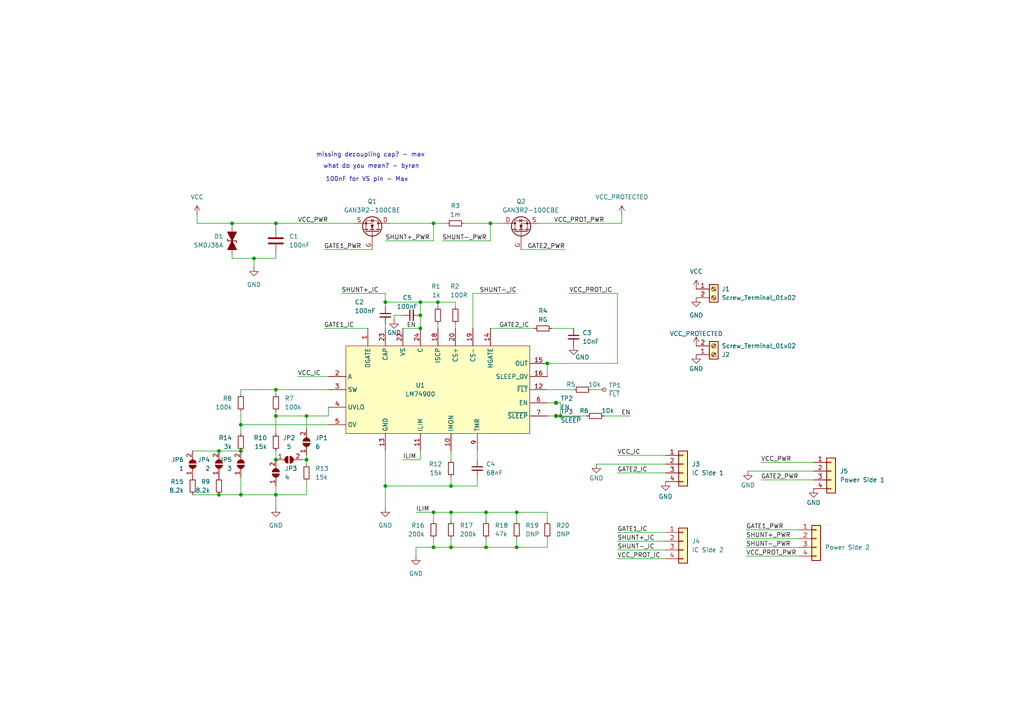
<source format=kicad_sch>
(kicad_sch (version 20240101) (generator "eeschema") (generator_version "8.99")
  (paper "A4")
  (title_block (title "MUREX Shield") (date "2024-03-01") (rev "V1.0") (company "MUREX Robotics") (comment 1 "Beyond Silicon") (comment 3 "System Breakout Board") (comment 4 "Autonomotive Grade GaN/SiC FET In-line Highside Power Protection Board"))
  (lib_symbols
    (symbol "Connector:Screw_Terminal_01x02" (pin_names (offset 1.016) hide)
      (property "Reference" "J" (at 0 2.54 0))
      (property "Value" "Screw_Terminal_01x02" (at 0 -5.08 0))
      (symbol "Screw_Terminal_01x02_1_1"
        (rectangle (start -1.27 1.27) (end 1.27 -3.81) (stroke (width 0.254)) (fill (type background)))
        (circle (center 0 -2.54) (radius 0.635) (stroke (width 0.1524)))
        (polyline (pts (xy -0.5334 -2.2098) (xy 0.3302 -3.048)) (stroke (width 0.1524)))
        (polyline (pts (xy -0.5334 0.3302) (xy 0.3302 -0.508)) (stroke (width 0.1524)))
        (polyline (pts (xy -0.3556 -2.032) (xy 0.508 -2.8702)) (stroke (width 0.1524)))
        (polyline (pts (xy -0.3556 0.508) (xy 0.508 -0.3302)) (stroke (width 0.1524)))
        (circle (center 0 0) (radius 0.635) (stroke (width 0.1524)))
        (pin passive line (at -5.08 0 0) (length 3.81) (name "Pin_1") (number "1"))
        (pin passive line (at -5.08 -2.54 0) (length 3.81) (name "Pin_2") (number "2"))
      )
    )
    (symbol "Connector:TestPoint_Small" (pin_numbers hide) (pin_names (offset 0.762) hide)
      (property "Reference" "TP" (at 0 3.81 0))
      (property "Value" "TestPoint_Small" (at 0 2.032 0))
      (symbol "TestPoint_Small_0_1"
        (circle (center 0 0) (radius 0.508))
      )
      (symbol "TestPoint_Small_1_1"
        (pin passive line (at 0 0 90) (length 0) (name "1") (number "1"))
      )
    )
    (symbol "Connector_Generic:Conn_01x04" (pin_names (offset 1.016) hide)
      (property "Reference" "J" (at 0 5.08 0))
      (property "Value" "Conn_01x04" (at 0 -7.62 0))
      (symbol "Conn_01x04_1_1"
        (rectangle (start -1.27 -4.953) (end 0 -5.207) (stroke (width 0.1524)))
        (rectangle (start -1.27 -2.413) (end 0 -2.667) (stroke (width 0.1524)))
        (rectangle (start -1.27 0.127) (end 0 -0.127) (stroke (width 0.1524)))
        (rectangle (start -1.27 2.667) (end 0 2.413) (stroke (width 0.1524)))
        (rectangle (start -1.27 3.81) (end 1.27 -6.35) (stroke (width 0.254)) (fill (type background)))
        (pin passive line (at -5.08 2.54 0) (length 3.81) (name "Pin_1") (number "1"))
        (pin passive line (at -5.08 0 0) (length 3.81) (name "Pin_2") (number "2"))
        (pin passive line (at -5.08 -2.54 0) (length 3.81) (name "Pin_3") (number "3"))
        (pin passive line (at -5.08 -5.08 0) (length 3.81) (name "Pin_4") (number "4"))
      )
    )
    (symbol "Device:C" (pin_numbers hide) (pin_names (offset 0.254))
      (property "Reference" "C" (at 0.635 2.54 0))
      (property "Value" "C" (at 0.635 -2.54 0))
      (symbol "C_0_1"
        (polyline (pts (xy -2.032 -0.762) (xy 2.032 -0.762)) (stroke (width 0.508)))
        (polyline (pts (xy -2.032 0.762) (xy 2.032 0.762)) (stroke (width 0.508)))
      )
      (symbol "C_1_1"
        (pin passive line (at 0 3.81 270) (length 2.794) (name "~") (number "1"))
        (pin passive line (at 0 -3.81 90) (length 2.794) (name "~") (number "2"))
      )
    )
    (symbol "Device:C_Small" (pin_numbers hide) (pin_names (offset 0.254) hide)
      (property "Reference" "C" (at 0.254 1.778 0))
      (property "Value" "C_Small" (at 0.254 -2.032 0))
      (symbol "C_Small_0_1"
        (polyline (pts (xy -1.524 -0.508) (xy 1.524 -0.508)) (stroke (width 0.3302)))
        (polyline (pts (xy -1.524 0.508) (xy 1.524 0.508)) (stroke (width 0.3048)))
      )
      (symbol "C_Small_1_1"
        (pin passive line (at 0 2.54 270) (length 2.032) (name "~") (number "1"))
        (pin passive line (at 0 -2.54 90) (length 2.032) (name "~") (number "2"))
      )
    )
    (symbol "Device:D_TVS_Filled" (pin_numbers hide) (pin_names (offset 1.016) hide)
      (property "Reference" "D" (at 0 2.54 0))
      (property "Value" "D_TVS_Filled" (at 0 -2.54 0))
      (symbol "D_TVS_Filled_0_1"
        (polyline (pts (xy 1.27 0) (xy -1.27 0)))
        (polyline (pts (xy -2.54 -1.27) (xy 0 0) (xy -2.54 1.27) (xy -2.54 -1.27)) (stroke (width 0.254)) (fill (type outline)))
        (polyline (pts (xy 0.508 1.27) (xy 0 1.27) (xy 0 -1.27) (xy -0.508 -1.27)) (stroke (width 0.254)))
        (polyline (pts (xy 2.54 1.27) (xy 2.54 -1.27) (xy 0 0) (xy 2.54 1.27)) (stroke (width 0.254)) (fill (type outline)))
      )
      (symbol "D_TVS_Filled_1_1"
        (pin passive line (at -3.81 0 0) (length 2.54) (name "A1") (number "1"))
        (pin passive line (at 3.81 0 180) (length 2.54) (name "A2") (number "2"))
      )
    )
    (symbol "Device:R_Small" (pin_numbers hide) (pin_names (offset 0.254) hide)
      (property "Reference" "R" (at 0.762 0.508 0))
      (property "Value" "R_Small" (at 0.762 -1.016 0))
      (symbol "R_Small_0_1"
        (rectangle (start -0.762 1.778) (end 0.762 -1.778) (stroke (width 0.2032)))
      )
      (symbol "R_Small_1_1"
        (pin passive line (at 0 2.54 270) (length 0.762) (name "~") (number "1"))
        (pin passive line (at 0 -2.54 90) (length 0.762) (name "~") (number "2"))
      )
    )
    (symbol "Jumper:SolderJumper_2_Open" (pin_names (offset 0) hide)
      (property "Reference" "JP" (at 0 2.032 0))
      (property "Value" "SolderJumper_2_Open" (at 0 -2.54 0))
      (symbol "SolderJumper_2_Open_0_1"
        (arc (start -0.254 1.016) (mid -1.2656 0) (end -0.254 -1.016))
        (arc (start -0.254 1.016) (mid -1.2656 0) (end -0.254 -1.016) (fill (type outline)))
        (polyline (pts (xy -0.254 1.016) (xy -0.254 -1.016)))
        (polyline (pts (xy 0.254 1.016) (xy 0.254 -1.016)))
        (arc (start 0.254 -1.016) (mid 1.2656 0) (end 0.254 1.016))
        (arc (start 0.254 -1.016) (mid 1.2656 0) (end 0.254 1.016) (fill (type outline)))
      )
      (symbol "SolderJumper_2_Open_1_1"
        (pin passive line (at -3.81 0 0) (length 2.54) (name "A") (number "1"))
        (pin passive line (at 3.81 0 180) (length 2.54) (name "B") (number "2"))
      )
    )
    (symbol "LM74900:LM74900"
      (property "Reference" "U" (at 0 0 0))
      (property "Value" "LM74900" (at -1.27 2.54 0))
      (symbol "LM74900_1_1"
        (rectangle (start -26.67 12.7) (end 26.67 -12.7) (fill (type background)))
        (pin output line (at -20.32 17.78 270) (length 5.08) (name "DGATE") (number "1"))
        (pin output line (at 3.81 -17.78 90) (length 5.08) (name "IMON") (number "10"))
        (pin input line (at -5.08 -17.78 90) (length 5.08) (name "ILIM") (number "11"))
        (pin output line (at 31.75 0 180) (length 5.08) (name "~{FLT}") (number "12"))
        (pin power_in line (at -15.24 -17.78 90) (length 5.08) (name "GND") (number "13"))
        (pin output line (at 15.24 17.78 270) (length 5.08) (name "HGATE") (number "14"))
        (pin input line (at 31.75 7.62 180) (length 5.08) (name "OUT") (number "15"))
        (pin input line (at 31.75 3.81 180) (length 5.08) (name "SLEEP_OV") (number "16"))
        (pin input line (at 0 17.78 270) (length 5.08) (name "ISCP") (number "18"))
        (pin input line (at 10.16 17.78 270) (length 5.08) (name "CS-") (number "19"))
        (pin input line (at -31.75 3.81 0) (length 5.08) (name "A") (number "2"))
        (pin input line (at 5.08 17.78 270) (length 5.08) (name "CS+") (number "20"))
        (pin power_in line (at -10.16 17.78 270) (length 5.08) (name "VS") (number "22"))
        (pin output line (at -15.24 17.78 270) (length 5.08) (name "CAP") (number "23"))
        (pin input line (at -5.08 17.78 270) (length 5.08) (name "C") (number "24"))
        (pin input line (at -31.75 0 0) (length 5.08) (name "SW") (number "3"))
        (pin input line (at -31.75 -5.08 0) (length 5.08) (name "UVLO") (number "4"))
        (pin input line (at -31.75 -10.16 0) (length 5.08) (name "OV") (number "5"))
        (pin input line (at 31.75 -3.81 180) (length 5.08) (name "EN") (number "6"))
        (pin input line (at 31.75 -7.62 180) (length 5.08) (name "~{SLEEP}") (number "7"))
        (pin input line (at 11.43 -17.78 90) (length 5.08) (name "TMR") (number "9"))
      )
    )
    (symbol "NFET:Q_NMOS_GSD" (pin_names (offset 0) hide)
      (property "Reference" "Q" (at 5.08 1.27 0))
      (property "Value" "Q_NMOS_GSD" (at 5.08 -1.27 0))
      (symbol "Q_NMOS_GSD_0_1"
        (polyline (pts (xy 0.254 0) (xy -2.54 0)))
        (polyline (pts (xy 0.254 1.905) (xy 0.254 -1.905)) (stroke (width 0.254)))
        (polyline (pts (xy 0.762 -1.27) (xy 0.762 -2.286)) (stroke (width 0.254)))
        (polyline (pts (xy 0.762 0.508) (xy 0.762 -0.508)) (stroke (width 0.254)))
        (polyline (pts (xy 0.762 2.286) (xy 0.762 1.27)) (stroke (width 0.254)))
        (polyline (pts (xy 2.54 2.54) (xy 2.54 1.778)))
        (polyline (pts (xy 2.54 -2.54) (xy 2.54 0) (xy 0.762 0)))
        (polyline (pts (xy 0.762 -1.778) (xy 3.302 -1.778) (xy 3.302 1.778) (xy 0.762 1.778)))
        (polyline (pts (xy 1.016 0) (xy 2.032 0.381) (xy 2.032 -0.381) (xy 1.016 0)) (fill (type outline)))
        (polyline (pts (xy 2.794 0.508) (xy 2.921 0.381) (xy 3.683 0.381) (xy 3.81 0.254)))
        (polyline (pts (xy 3.302 0.381) (xy 2.921 -0.254) (xy 3.683 -0.254) (xy 3.302 0.381)))
        (circle (center 1.651 0) (radius 2.794) (stroke (width 0.254)))
        (circle (center 2.54 -1.778) (radius 0.254) (fill (type outline)))
        (circle (center 2.54 1.778) (radius 0.254) (fill (type outline)))
      )
      (symbol "Q_NMOS_GSD_1_1"
        (pin passive line (at 2.54 5.08 270) (length 2.54) (name "D") (number "D"))
        (pin input line (at -5.08 0 0) (length 2.54) (name "G") (number "G"))
        (pin passive line (at 2.54 -5.08 90) (length 2.54) (name "S") (number "S"))
      )
    )
    (symbol "power:GND" (power) (pin_numbers hide) (pin_names (offset 0) hide)
      (property "Value" "GND" (at 0 -3.81 0))
      (symbol "GND_0_1"
        (polyline (pts (xy 0 0) (xy 0 -1.27) (xy 1.27 -1.27) (xy 0 -2.54) (xy -1.27 -1.27) (xy 0 -1.27)))
      )
      (symbol "GND_1_1"
        (pin power_in line (at 0 0 270) (length 0) (name "~") (number "1"))
      )
    )
    (symbol "power:VCC" (power) (pin_numbers hide) (pin_names (offset 0) hide)
      (property "Value" "VCC" (at 0 3.556 0))
      (symbol "VCC_0_1"
        (polyline (pts (xy -0.762 1.27) (xy 0 2.54)))
        (polyline (pts (xy 0 0) (xy 0 2.54)))
        (polyline (pts (xy 0 2.54) (xy 0.762 1.27)))
      )
      (symbol "VCC_1_1"
        (pin power_in line (at 0 0 90) (length 0) (name "~") (number "1"))
      )
    )
  )
  (junction (at 80.01 120.65))
  (junction (at 127 87.63))
  (junction (at 140.97 158.75))
  (junction (at 125.73 64.77))
  (junction (at 67.31 64.77))
  (junction (at 121.92 91.44))
  (junction (at 142.24 64.77))
  (junction (at 80.01 133.35))
  (junction (at 63.5 143.51))
  (junction (at 125.73 148.59))
  (junction (at 162.56 120.65))
  (junction (at 69.85 123.19))
  (junction (at 149.86 148.59))
  (junction (at 125.73 158.75))
  (junction (at 63.5 130.81))
  (junction (at 161.29 120.65))
  (junction (at 73.66 74.93))
  (junction (at 140.97 148.59))
  (junction (at 88.9 120.65))
  (junction (at 111.76 87.63))
  (junction (at 130.81 140.97))
  (junction (at 161.29 116.84))
  (junction (at 80.01 64.77))
  (junction (at 111.76 140.97))
  (junction (at 130.81 148.59))
  (junction (at 149.86 158.75))
  (junction (at 158.75 105.41))
  (junction (at 121.92 87.63))
  (junction (at 121.92 95.25))
  (junction (at 80.01 143.51))
  (junction (at 69.85 143.51))
  (junction (at 69.85 130.81))
  (junction (at 80.01 113.03))
  (junction (at 130.81 158.75))
  (junction (at 88.9 133.35))
  (wire (pts (xy 179.07 137.16) (xy 193.04 137.16)))
  (wire (pts (xy 69.85 113.03) (xy 80.01 113.03)))
  (wire (pts (xy 113.03 64.77) (xy 125.73 64.77)))
  (wire (pts (xy 121.92 87.63) (xy 127 87.63)))
  (wire (pts (xy 67.31 66.04) (xy 67.31 64.77)))
  (wire (pts (xy 149.86 158.75) (xy 149.86 156.21)))
  (wire (pts (xy 160.02 95.25) (xy 166.37 95.25)))
  (wire (pts (xy 116.84 133.35) (xy 121.92 133.35)))
  (wire (pts (xy 95.25 123.19) (xy 69.85 123.19)))
  (wire (pts (xy 107.95 72.39) (xy 93.98 72.39)))
  (wire (pts (xy 69.85 138.43) (xy 69.85 143.51)))
  (wire (pts (xy 140.97 158.75) (xy 149.86 158.75)))
  (wire (pts (xy 130.81 158.75) (xy 140.97 158.75)))
  (wire (pts (xy 67.31 64.77) (xy 80.01 64.77)))
  (wire (pts (xy 111.76 87.63) (xy 121.92 87.63)))
  (wire (pts (xy 80.01 113.03) (xy 95.25 113.03)))
  (wire (pts (xy 69.85 113.03) (xy 69.85 114.3)))
  (wire (pts (xy 125.73 64.77) (xy 129.54 64.77)))
  (wire (pts (xy 125.73 69.85) (xy 125.73 64.77)))
  (wire (pts (xy 180.34 62.23) (xy 180.34 64.77)))
  (wire (pts (xy 88.9 120.65) (xy 95.25 120.65)))
  (wire (pts (xy 156.21 64.77) (xy 180.34 64.77)))
  (wire (pts (xy 179.07 156.972) (xy 193.04 156.972)))
  (wire (pts (xy 125.73 158.75) (xy 125.73 156.21)))
  (wire (pts (xy 111.76 147.32) (xy 111.76 140.97)))
  (wire (pts (xy 55.88 130.81) (xy 63.5 130.81)))
  (wire (pts (xy 149.86 158.75) (xy 158.75 158.75)))
  (wire (pts (xy 151.13 72.39) (xy 163.83 72.39)))
  (wire (pts (xy 57.15 62.23) (xy 57.15 64.77)))
  (wire (pts (xy 130.81 140.97) (xy 130.81 138.43)))
  (wire (pts (xy 67.31 74.93) (xy 73.66 74.93)))
  (wire (pts (xy 80.01 125.73) (xy 80.01 120.65)))
  (wire (pts (xy 88.9 143.51) (xy 88.9 139.7)))
  (wire (pts (xy 158.75 148.59) (xy 158.75 151.13)))
  (wire (pts (xy 125.73 158.75) (xy 130.81 158.75)))
  (wire (pts (xy 99.06 85.09) (xy 111.76 85.09)))
  (wire (pts (xy 86.36 109.22) (xy 95.25 109.22)))
  (wire (pts (xy 88.9 133.35) (xy 87.63 133.35)))
  (wire (pts (xy 130.81 148.59) (xy 130.81 151.13)))
  (wire (pts (xy 165.1 85.09) (xy 179.07 85.09)))
  (wire (pts (xy 114.3 91.44) (xy 114.3 92.71)))
  (wire (pts (xy 216.916 136.652) (xy 235.966 136.652)))
  (wire (pts (xy 88.9 134.62) (xy 88.9 133.35)))
  (wire (pts (xy 121.92 133.35) (xy 121.92 130.81)))
  (wire (pts (xy 128.27 69.85) (xy 142.24 69.85)))
  (wire (pts (xy 158.75 113.03) (xy 166.37 113.03)))
  (wire (pts (xy 80.01 73.66) (xy 80.01 74.93)))
  (wire (pts (xy 158.75 105.41) (xy 179.07 105.41)))
  (wire (pts (xy 88.9 133.35) (xy 88.9 132.08)))
  (wire (pts (xy 158.75 116.84) (xy 161.29 116.84)))
  (wire (pts (xy 55.88 143.51) (xy 63.5 143.51)))
  (wire (pts (xy 93.98 95.25) (xy 106.68 95.25)))
  (wire (pts (xy 95.25 120.65) (xy 95.25 118.11)))
  (wire (pts (xy 130.81 133.35) (xy 130.81 130.81)))
  (wire (pts (xy 80.01 119.38) (xy 80.01 120.65)))
  (wire (pts (xy 220.726 139.192) (xy 235.966 139.192)))
  (wire (pts (xy 216.408 158.75) (xy 231.648 158.75)))
  (wire (pts (xy 216.408 156.21) (xy 231.648 156.21)))
  (wire (pts (xy 140.97 148.59) (xy 149.86 148.59)))
  (wire (pts (xy 171.45 113.03) (xy 175.26 113.03)))
  (wire (pts (xy 80.01 66.04) (xy 80.01 64.77)))
  (wire (pts (xy 80.01 143.51) (xy 88.9 143.51)))
  (wire (pts (xy 138.43 133.35) (xy 138.43 130.81)))
  (wire (pts (xy 161.29 116.84) (xy 162.56 116.84)))
  (wire (pts (xy 116.84 95.25) (xy 121.92 95.25)))
  (wire (pts (xy 149.86 148.59) (xy 158.75 148.59)))
  (wire (pts (xy 134.62 64.77) (xy 142.24 64.77)))
  (wire (pts (xy 125.73 148.59) (xy 130.81 148.59)))
  (wire (pts (xy 161.29 120.65) (xy 162.56 120.65)))
  (wire (pts (xy 158.75 105.41) (xy 158.75 109.22)))
  (wire (pts (xy 162.56 116.84) (xy 162.56 120.65)))
  (wire (pts (xy 111.76 140.97) (xy 130.81 140.97)))
  (wire (pts (xy 132.08 87.63) (xy 132.08 88.9)))
  (wire (pts (xy 120.65 148.59) (xy 125.73 148.59)))
  (wire (pts (xy 142.24 69.85) (xy 142.24 64.77)))
  (wire (pts (xy 111.76 85.09) (xy 111.76 87.63)))
  (wire (pts (xy 142.24 95.25) (xy 154.94 95.25)))
  (wire (pts (xy 125.73 148.59) (xy 125.73 151.13)))
  (wire (pts (xy 69.85 143.51) (xy 80.01 143.51)))
  (wire (pts (xy 80.01 64.77) (xy 102.87 64.77)))
  (wire (pts (xy 73.66 77.47) (xy 73.66 74.93)))
  (wire (pts (xy 116.84 91.44) (xy 114.3 91.44)))
  (wire (pts (xy 138.43 140.97) (xy 138.43 138.43)))
  (wire (pts (xy 216.408 161.29) (xy 231.648 161.29)))
  (wire (pts (xy 140.97 148.59) (xy 140.97 151.13)))
  (wire (pts (xy 111.76 87.63) (xy 111.76 88.9)))
  (wire (pts (xy 57.15 64.77) (xy 67.31 64.77)))
  (wire (pts (xy 216.408 153.67) (xy 231.648 153.67)))
  (wire (pts (xy 120.65 158.75) (xy 125.73 158.75)))
  (wire (pts (xy 179.07 159.512) (xy 193.04 159.512)))
  (wire (pts (xy 127 87.63) (xy 132.08 87.63)))
  (wire (pts (xy 80.01 120.65) (xy 88.9 120.65)))
  (wire (pts (xy 80.01 130.81) (xy 80.01 133.35)))
  (wire (pts (xy 120.65 161.29) (xy 120.65 158.75)))
  (wire (pts (xy 142.24 64.77) (xy 146.05 64.77)))
  (wire (pts (xy 111.76 95.25) (xy 111.76 93.98)))
  (wire (pts (xy 149.86 85.09) (xy 137.16 85.09)))
  (wire (pts (xy 132.08 93.98) (xy 132.08 95.25)))
  (wire (pts (xy 63.5 143.51) (xy 69.85 143.51)))
  (wire (pts (xy 67.31 73.66) (xy 67.31 74.93)))
  (wire (pts (xy 88.9 120.65) (xy 88.9 124.46)))
  (wire (pts (xy 130.81 158.75) (xy 130.81 156.21)))
  (wire (pts (xy 69.85 123.19) (xy 69.85 125.73)))
  (wire (pts (xy 179.07 85.09) (xy 179.07 105.41)))
  (wire (pts (xy 130.81 148.59) (xy 140.97 148.59)))
  (wire (pts (xy 69.85 123.19) (xy 69.85 119.38)))
  (wire (pts (xy 158.75 158.75) (xy 158.75 156.21)))
  (wire (pts (xy 149.86 148.59) (xy 149.86 151.13)))
  (wire (pts (xy 80.01 147.32) (xy 80.01 143.51)))
  (wire (pts (xy 175.26 120.65) (xy 182.88 120.65)))
  (wire (pts (xy 172.974 134.62) (xy 193.04 134.62)))
  (wire (pts (xy 130.81 140.97) (xy 138.43 140.97)))
  (wire (pts (xy 73.66 74.93) (xy 80.01 74.93)))
  (wire (pts (xy 162.56 120.65) (xy 170.18 120.65)))
  (wire (pts (xy 179.07 132.08) (xy 193.04 132.08)))
  (wire (pts (xy 137.16 85.09) (xy 137.16 95.25)))
  (wire (pts (xy 158.75 120.65) (xy 161.29 120.65)))
  (wire (pts (xy 63.5 130.81) (xy 69.85 130.81)))
  (wire (pts (xy 140.97 158.75) (xy 140.97 156.21)))
  (wire (pts (xy 80.01 140.97) (xy 80.01 143.51)))
  (wire (pts (xy 127 93.98) (xy 127 95.25)))
  (wire (pts (xy 111.76 69.85) (xy 125.73 69.85)))
  (wire (pts (xy 127 87.63) (xy 127 88.9)))
  (wire (pts (xy 179.07 162.052) (xy 193.04 162.052)))
  (wire (pts (xy 121.92 87.63) (xy 121.92 91.44)))
  (wire (pts (xy 80.01 114.3) (xy 80.01 113.03)))
  (wire (pts (xy 179.07 154.432) (xy 193.04 154.432)))
  (wire (pts (xy 220.726 134.112) (xy 235.966 134.112)))
  (wire (pts (xy 111.76 140.97) (xy 111.76 130.81)))
  (wire (pts (xy 121.92 91.44) (xy 121.92 95.25)))
  (text "100nF for VS pin - Max" (at 106.426 52.07 0) (effects (font (size 1.27 1.27))))
  (text "what do you mean? - byran" (at 107.696 48.26 0) (effects (font (size 1.27 1.27))))
  (text "missing decoupling cap? - max" (at 107.442 44.958 0) (effects (font (size 1.27 1.27))))
  (label "SHUNT-_IC" (at 179.07 159.512 0))
  (label "EN" (at 182.88 120.65 180))
  (label "GATE2_PWR" (at 220.726 139.192 0))
  (label "GATE2_IC" (at 179.07 137.16 0))
  (label "ILIM" (at 120.65 148.59 0))
  (label "SHUNT+_PWR" (at 216.408 156.21 0))
  (label "VCC_IC" (at 86.36 109.22 0))
  (label "GATE1_PWR" (at 93.98 72.39 0))
  (label "VCC_PWR" (at 86.36 64.77 0))
  (label "VCC_IC" (at 179.07 132.08 0))
  (label "GATE1_IC" (at 93.98 95.25 0))
  (label "SHUNT-_PWR" (at 128.27 69.85 0))
  (label "VCC_PWR" (at 220.726 134.112 0))
  (label "GATE1_PWR" (at 216.408 153.67 0))
  (label "SHUNT+_PWR" (at 111.76 69.85 0))
  (label "GATE2_PWR" (at 163.83 72.39 180))
  (label "GATE2_IC" (at 144.78 95.25 0))
  (label "VCC_PROT_PWR" (at 175.26 64.77 180))
  (label "VCC_PROT_IC" (at 179.07 162.052 0))
  (label "ILIM" (at 116.84 133.35 0))
  (label "VCC_PROT_IC" (at 165.1 85.09 0))
  (label "SHUNT-_IC" (at 149.86 85.09 180))
  (label "SHUNT-_PWR" (at 216.408 158.75 0))
  (label "VCC_PROT_PWR" (at 216.408 161.29 0))
  (label "GATE1_IC" (at 179.07 154.432 0))
  (label "SHUNT+_IC" (at 179.07 156.972 0))
  (label "SHUNT+_IC" (at 99.06 85.09 0))
  (label "EN" (at 120.65 95.25 180))
  (symbol (lib_id "Connector:TestPoint_Small") (at 161.29 116.84 0) (unit 1)
    (property "Reference" "TP2" (at 162.56 115.5699 0) (effects (justify left)))
    (property "Value" "EN" (at 162.56 118.1099 0) (effects (justify left)))
    (property "Footprint" "TestPoint:TestPoint_Pad_1.0x1.0mm" (effects (hide yes)))
    (property "Description" "test point" (effects (hide yes)))
  )
  (symbol (lib_id "Jumper:SolderJumper_2_Open") (at 80.01 137.16 90) (unit 1)
    (property "Reference" "JP3" (at 82.55 135.8899 90) (effects (justify right)))
    (property "Value" "4" (at 82.55 138.4299 90) (effects (justify right)))
    (property "Footprint" "Jumper:SolderJumper-2_P1.3mm_Open_Pad1.0x1.5mm" (effects (hide yes)))
    (property "Description" "Solder Jumper, 2-pole, open" (effects (hide yes)))
  )
  (symbol (lib_id "Connector_Generic:Conn_01x04") (at 198.12 156.972 0) (unit 1)
    (property "Reference" "J4" (at 200.66 156.9719 0) (effects (justify left)))
    (property "Value" "IC Side 2" (at 200.66 159.5119 0) (effects (justify left)))
    (property "Footprint" "Connector_PinHeader_2.54mm:PinHeader_1x04_P2.54mm_Vertical" (effects (hide yes)))
    (property "Description" "Generic connector, single row, 01x04, script generated (kicad-library-utils/schlib/autogen/connector/)" (effects (hide yes)))
  )
  (symbol (lib_id "Device:C_Small") (at 138.43 135.89 0) (unit 1)
    (property "Reference" "C4" (at 140.97 134.6262 0) (effects (justify left)))
    (property "Value" "68nF" (at 140.97 137.1662 0) (effects (justify left)))
    (property "Footprint" "Capacitor_SMD:C_0603_1608Metric" (effects (hide yes)))
    (property "Description" "Unpolarized capacitor, small symbol" (effects (hide yes)))
  )
  (symbol (lib_id "Device:R_Small") (at 80.01 116.84 0) (unit 1)
    (property "Reference" "R7" (at 82.55 115.5699 0) (effects (justify left)))
    (property "Value" "100k" (at 82.55 118.1099 0) (effects (justify left)))
    (property "Footprint" "Resistor_SMD:R_0402_1005Metric" (effects (hide yes)))
    (property "Description" "Resistor, small symbol" (effects (hide yes)))
  )
  (symbol (lib_id "Device:R_Small") (at 80.01 128.27 0) (mirror y) (unit 1)
    (property "Reference" "R10" (at 77.47 126.9999 0) (effects (justify left)))
    (property "Value" "15k" (at 77.47 129.5399 0) (effects (justify left)))
    (property "Footprint" "Resistor_SMD:R_0402_1005Metric" (effects (hide yes)))
    (property "Description" "Resistor, small symbol" (effects (hide yes)))
  )
  (symbol (lib_id "Jumper:SolderJumper_2_Open") (at 88.9 128.27 90) (unit 1)
    (property "Reference" "JP1" (at 91.44 126.9999 90) (effects (justify right)))
    (property "Value" "6" (at 91.44 129.5399 90) (effects (justify right)))
    (property "Footprint" "Jumper:SolderJumper-2_P1.3mm_Open_Pad1.0x1.5mm" (effects (hide yes)))
    (property "Description" "Solder Jumper, 2-pole, open" (effects (hide yes)))
  )
  (symbol (lib_id "Device:R_Small") (at 130.81 135.89 0) (mirror y) (unit 1)
    (property "Reference" "R12" (at 128.27 134.6199 0) (effects (justify left)))
    (property "Value" "15k" (at 128.27 137.1599 0) (effects (justify left)))
    (property "Footprint" "Resistor_SMD:R_0402_1005Metric" (effects (hide yes)))
    (property "Description" "Resistor, small symbol" (effects (hide yes)))
  )
  (symbol (lib_id "Connector:TestPoint_Small") (at 175.26 113.03 0) (unit 1)
    (property "Reference" "TP1" (at 176.53 111.7599 0) (effects (justify left)))
    (property "Value" "~{FLT}" (at 176.53 114.2999 0) (effects (justify left)))
    (property "Footprint" "TestPoint:TestPoint_Pad_1.0x1.0mm" (effects (hide yes)))
    (property "Description" "test point" (effects (hide yes)))
  )
  (symbol (lib_id "Device:R_Small") (at 149.86 153.67 0) (mirror y) (unit 1)
    (property "Reference" "R19" (at 152.4 152.3999 0) (effects (justify right)))
    (property "Value" "DNP" (at 152.4 154.9399 0) (effects (justify right)))
    (property "Footprint" "Resistor_SMD:R_0603_1608Metric" (effects (hide yes)))
    (property "Description" "Resistor, small symbol" (effects (hide yes)))
  )
  (symbol (lib_id "power:GND") (at 80.01 147.32 0) (unit 1)
    (property "Reference" "#PWR06" (effects (hide yes)))
    (property "Value" "GND" (at 80.01 152.4 0))
    (property "Description" "Power symbol creates a global label with name \"GND\" , ground" (effects (hide yes)))
  )
  (symbol (lib_id "Jumper:SolderJumper_2_Open") (at 83.82 133.35 0) (unit 1)
    (property "Reference" "JP2" (at 83.82 127 0))
    (property "Value" "5" (at 83.82 129.54 0))
    (property "Footprint" "Jumper:SolderJumper-2_P1.3mm_Open_Pad1.0x1.5mm" (effects (hide yes)))
    (property "Description" "Solder Jumper, 2-pole, open" (effects (hide yes)))
  )
  (symbol (lib_id "power:GND") (at 73.66 77.47 0) (unit 1)
    (property "Reference" "#PWR04" (effects (hide yes)))
    (property "Value" "GND" (at 73.66 82.55 0))
    (property "Description" "Power symbol creates a global label with name \"GND\" , ground" (effects (hide yes)))
  )
  (symbol (lib_id "Device:R_Small") (at 158.75 153.67 0) (mirror y) (unit 1)
    (property "Reference" "R20" (at 161.29 152.3999 0) (effects (justify right)))
    (property "Value" "DNP" (at 161.29 154.9399 0) (effects (justify right)))
    (property "Footprint" "Resistor_SMD:R_0603_1608Metric" (effects (hide yes)))
    (property "Description" "Resistor, small symbol" (effects (hide yes)))
  )
  (symbol (lib_id "Device:R_Small") (at 172.72 120.65 270) (unit 1)
    (property "Reference" "R6" (at 169.418 119.126 90))
    (property "Value" "10k" (at 176.276 119.126 90))
    (property "Footprint" "Resistor_SMD:R_0402_1005Metric" (effects (hide yes)))
    (property "Description" "Resistor, small symbol" (effects (hide yes)))
  )
  (symbol (lib_id "Jumper:SolderJumper_2_Open") (at 69.85 134.62 270) (mirror x) (unit 1)
    (property "Reference" "JP5" (at 67.31 133.3499 90) (effects (justify right)))
    (property "Value" "3" (at 67.31 135.8899 90) (effects (justify right)))
    (property "Footprint" "Jumper:SolderJumper-2_P1.3mm_Open_Pad1.0x1.5mm" (effects (hide yes)))
    (property "Description" "Solder Jumper, 2-pole, open" (effects (hide yes)))
  )
  (symbol (lib_id "Device:R_Small") (at 63.5 140.97 0) (mirror y) (unit 1)
    (property "Reference" "R9" (at 60.96 139.6999 0) (effects (justify left)))
    (property "Value" "8.2k" (at 60.96 142.2399 0) (effects (justify left)))
    (property "Footprint" "Resistor_SMD:R_0402_1005Metric" (effects (hide yes)))
    (property "Description" "Resistor, small symbol" (effects (hide yes)))
  )
  (symbol (lib_id "Device:R_Small") (at 132.08 91.44 0) (mirror y) (unit 1)
    (property "Reference" "R2" (at 130.556 83.058 0) (effects (justify right)))
    (property "Value" "100R" (at 130.556 85.598 0) (effects (justify right)))
    (property "Footprint" "Resistor_SMD:R_0402_1005Metric" (effects (hide yes)))
    (property "Description" "Resistor, small symbol" (effects (hide yes)))
  )
  (symbol (lib_id "Connector:Screw_Terminal_01x02") (at 207.01 83.82 0) (unit 1)
    (property "Reference" "J1" (at 209.296 83.82 0) (effects (justify left)))
    (property "Value" "Screw_Terminal_01x02" (at 209.296 86.36 0) (effects (justify left)))
    (property "Footprint" "TerminalBlock_Phoenix:TerminalBlock_Phoenix_MKDS-1,5-2-5.08_1x02_P5.08mm_Horizontal" (effects (hide yes)))
    (property "Description" "Generic screw terminal, single row, 01x02, script generated (kicad-library-utils/schlib/autogen/connector/)" (effects (hide yes)))
  )
  (symbol (lib_id "power:VCC") (at 57.15 62.23 0) (mirror y) (unit 1)
    (property "Reference" "#PWR02" (effects (hide yes)))
    (property "Value" "VCC" (at 57.15 57.15 0))
    (property "Description" "Power symbol creates a global label with name \"VCC\"" (effects (hide yes)))
  )
  (symbol (lib_id "Connector_Generic:Conn_01x04") (at 236.728 156.21 0) (unit 1)
    (property "Reference" "J6" (effects (hide yes)))
    (property "Value" "Power Side 2" (at 239.268 158.7499 0) (effects (justify left)))
    (property "Footprint" "Connector_PinHeader_2.54mm:PinHeader_1x04_P2.54mm_Vertical" (effects (hide yes)))
    (property "Description" "Generic connector, single row, 01x04, script generated (kicad-library-utils/schlib/autogen/connector/)" (effects (hide yes)))
  )
  (symbol (lib_id "Jumper:SolderJumper_2_Open") (at 63.5 134.62 270) (mirror x) (unit 1)
    (property "Reference" "JP4" (at 60.96 133.3499 90) (effects (justify right)))
    (property "Value" "2" (at 60.96 135.8899 90) (effects (justify right)))
    (property "Footprint" "Jumper:SolderJumper-2_P1.3mm_Open_Pad1.0x1.5mm" (effects (hide yes)))
    (property "Description" "Solder Jumper, 2-pole, open" (effects (hide yes)))
  )
  (symbol (lib_id "Device:C_Small") (at 166.37 97.79 0) (unit 1)
    (property "Reference" "C3" (at 168.91 96.5262 0) (effects (justify left)))
    (property "Value" "10nF" (at 168.91 99.0662 0) (effects (justify left)))
    (property "Footprint" "Capacitor_SMD:C_0603_1608Metric" (effects (hide yes)))
    (property "Description" "Unpolarized capacitor, small symbol" (effects (hide yes)))
  )
  (symbol (lib_id "Device:R_Small") (at 157.48 95.25 90) (mirror x) (unit 1)
    (property "Reference" "R4" (at 157.48 90.17 90))
    (property "Value" "RG" (at 157.48 92.71 90))
    (property "Footprint" "Resistor_SMD:R_0402_1005Metric" (effects (hide yes)))
    (property "Description" "Resistor, small symbol" (effects (hide yes)))
  )
  (symbol (lib_id "Device:C_Small") (at 119.38 91.44 90) (unit 1)
    (property "Reference" "C5" (at 118.11 86.36 90))
    (property "Value" "100nF" (at 118.11 88.9 90))
    (property "Footprint" "Capacitor_SMD:C_0603_1608Metric" (effects (hide yes)))
    (property "Description" "Unpolarized capacitor, small symbol" (effects (hide yes)))
  )
  (symbol (lib_id "Device:D_TVS_Filled") (at 67.31 69.85 90) (unit 1)
    (property "Reference" "D1" (at 64.77 68.5799 90) (effects (justify left)))
    (property "Value" "SMDJ36A" (at 64.77 71.1199 90) (effects (justify left)))
    (property "Footprint" "Diode_SMD:D_SMC" (effects (hide yes)))
    (property "Description" "Bidirectional transient-voltage-suppression diode, filled shape" (effects (hide yes)))
  )
  (symbol (lib_id "Connector:Screw_Terminal_01x02") (at 207.01 102.87 0) (mirror x) (unit 1)
    (property "Reference" "J2" (at 209.296 102.87 0) (effects (justify left)))
    (property "Value" "Screw_Terminal_01x02" (at 209.296 100.33 0) (effects (justify left)))
    (property "Footprint" "TerminalBlock_Phoenix:TerminalBlock_Phoenix_MKDS-1,5-2-5.08_1x02_P5.08mm_Horizontal" (effects (hide yes)))
    (property "Description" "Generic screw terminal, single row, 01x02, script generated (kicad-library-utils/schlib/autogen/connector/)" (effects (hide yes)))
  )
  (symbol (lib_id "Device:R_Small") (at 69.85 116.84 0) (mirror y) (unit 1)
    (property "Reference" "R8" (at 67.31 115.5699 0) (effects (justify left)))
    (property "Value" "100k" (at 67.31 118.1099 0) (effects (justify left)))
    (property "Footprint" "Resistor_SMD:R_0402_1005Metric" (effects (hide yes)))
    (property "Description" "Resistor, small symbol" (effects (hide yes)))
  )
  (symbol (lib_id "Connector:TestPoint_Small") (at 161.29 120.65 0) (unit 1)
    (property "Reference" "TP3" (at 162.56 119.3799 0) (effects (justify left)))
    (property "Value" "~{SLEEP}" (at 162.56 121.9199 0) (effects (justify left)))
    (property "Footprint" "TestPoint:TestPoint_Pad_1.0x1.0mm" (effects (hide yes)))
    (property "Description" "test point" (effects (hide yes)))
  )
  (symbol (lib_id "Device:R_Small") (at 127 91.44 0) (mirror y) (unit 1)
    (property "Reference" "R1" (at 127.762 83.058 0) (effects (justify left)))
    (property "Value" "1k" (at 127.762 85.598 0) (effects (justify left)))
    (property "Footprint" "Resistor_SMD:R_0402_1005Metric" (effects (hide yes)))
    (property "Description" "Resistor, small symbol" (effects (hide yes)))
  )
  (symbol (lib_id "power:GND") (at 111.76 147.32 0) (unit 1)
    (property "Reference" "#PWR01" (effects (hide yes)))
    (property "Value" "GND" (at 111.76 152.4 0))
    (property "Description" "Power symbol creates a global label with name \"GND\" , ground" (effects (hide yes)))
  )
  (symbol (lib_id "Connector_Generic:Conn_01x04") (at 198.12 134.62 0) (unit 1)
    (property "Reference" "J3" (at 200.66 134.6199 0) (effects (justify left)))
    (property "Value" "IC Side 1" (at 200.66 137.1599 0) (effects (justify left)))
    (property "Footprint" "Connector_PinHeader_2.54mm:PinHeader_1x04_P2.54mm_Vertical" (effects (hide yes)))
    (property "Description" "Generic connector, single row, 01x04, script generated (kicad-library-utils/schlib/autogen/connector/)" (effects (hide yes)))
  )
  (symbol (lib_id "Connector_Generic:Conn_01x04") (at 241.046 136.652 0) (unit 1)
    (property "Reference" "J5" (at 243.586 136.6519 0) (effects (justify left)))
    (property "Value" "Power Side 1" (at 243.586 139.1919 0) (effects (justify left)))
    (property "Footprint" "Connector_PinHeader_2.54mm:PinHeader_1x04_P2.54mm_Vertical" (effects (hide yes)))
    (property "Description" "Generic connector, single row, 01x04, script generated (kicad-library-utils/schlib/autogen/connector/)" (effects (hide yes)))
  )
  (symbol (lib_id "NFET:Q_NMOS_GSD") (at 107.95 67.31 270) (mirror x) (unit 1)
    (property "Reference" "Q1" (at 107.95 58.42 90))
    (property "Value" "GAN3R2-100CBE" (at 107.95 60.96 90))
    (property "Footprint" "WLCSP8-SOT8072:WLCSP8-SOT8072" (effects (hide yes)))
    (property "Description" "N-MOSFET transistor, gate/source/drain" (effects (hide yes)))
  )
  (symbol (lib_id "power:GND") (at 166.37 100.33 0) (unit 1)
    (property "Reference" "#PWR05" (effects (hide yes)))
    (property "Value" "GND" (at 168.91 103.632 0))
    (property "Description" "Power symbol creates a global label with name \"GND\" , ground" (effects (hide yes)))
  )
  (symbol (lib_id "Device:R_Small") (at 55.88 140.97 0) (mirror y) (unit 1)
    (property "Reference" "R15" (at 53.34 139.6999 0) (effects (justify left)))
    (property "Value" "8.2k" (at 53.34 142.2399 0) (effects (justify left)))
    (property "Footprint" "Resistor_SMD:R_0402_1005Metric" (effects (hide yes)))
    (property "Description" "Resistor, small symbol" (effects (hide yes)))
  )
  (symbol (lib_id "Device:R_Small") (at 132.08 64.77 90) (mirror x) (unit 1)
    (property "Reference" "R3" (at 132.08 59.69 90))
    (property "Value" "1m" (at 132.08 62.23 90))
    (property "Footprint" "Resistor_SMD:R_2512_6332Metric" (effects (hide yes)))
    (property "Description" "Resistor, small symbol" (effects (hide yes)))
  )
  (symbol (lib_id "Device:R_Small") (at 140.97 153.67 0) (mirror y) (unit 1)
    (property "Reference" "R18" (at 143.51 152.3999 0) (effects (justify right)))
    (property "Value" "47k" (at 143.51 154.9399 0) (effects (justify right)))
    (property "Footprint" "Resistor_SMD:R_0402_1005Metric" (effects (hide yes)))
    (property "Description" "Resistor, small symbol" (effects (hide yes)))
  )
  (symbol (lib_id "power:VCC") (at 201.93 100.33 0) (mirror y) (unit 1)
    (property "Reference" "#PWR010" (effects (hide yes)))
    (property "Value" "VCC_PROTECTED" (at 201.93 96.774 0))
    (property "Description" "Power symbol creates a global label with name \"VCC\"" (effects (hide yes)))
  )
  (symbol (lib_id "power:GND") (at 120.65 161.29 0) (unit 1)
    (property "Reference" "#PWR07" (effects (hide yes)))
    (property "Value" "GND" (at 120.65 166.37 0))
    (property "Description" "Power symbol creates a global label with name \"GND\" , ground" (effects (hide yes)))
  )
  (symbol (lib_id "power:GND") (at 216.916 136.652 0) (unit 1)
    (property "Reference" "#PWR015" (effects (hide yes)))
    (property "Value" "GND" (at 216.916 140.716 0))
    (property "Description" "Power symbol creates a global label with name \"GND\" , ground" (effects (hide yes)))
  )
  (symbol (lib_id "power:VCC") (at 201.93 83.82 0) (mirror y) (unit 1)
    (property "Reference" "#PWR08" (effects (hide yes)))
    (property "Value" "VCC" (at 201.93 78.74 0))
    (property "Description" "Power symbol creates a global label with name \"VCC\"" (effects (hide yes)))
  )
  (symbol (lib_id "power:GND") (at 235.966 141.732 0) (unit 1)
    (property "Reference" "#PWR013" (effects (hide yes)))
    (property "Value" "GND" (at 235.966 145.796 0))
    (property "Description" "Power symbol creates a global label with name \"GND\" , ground" (effects (hide yes)))
  )
  (symbol (lib_id "LM74900:LM74900") (at 127 113.03 0) (unit 1)
    (property "Reference" "U1" (at 121.92 111.76 0))
    (property "Value" "LM74900" (at 121.92 114.3 0))
    (property "Footprint" "Package_DFN_QFN:VQFN-24-1EP_4x4mm_P0.5mm_EP2.5x2.5mm" (effects (hide yes)))
    (property "Datasheet" "https://www.ti.com/lit/ds/symlink/lm74900-q1.pdf" (effects (hide yes)))
    (property "Description" "Automotive Ideal Diode With Circuit Breaker, Undervoltage, and Overvoltage Protection With Fault Output" (effects (hide yes)))
  )
  (symbol (lib_id "power:GND") (at 114.3 92.71 0) (unit 1)
    (property "Reference" "#PWR016" (effects (hide yes)))
    (property "Value" "GND" (at 114.3 96.52 0))
    (property "Description" "Power symbol creates a global label with name \"GND\" , ground" (effects (hide yes)))
  )
  (symbol (lib_id "power:GND") (at 201.93 102.87 0) (mirror y) (unit 1)
    (property "Reference" "#PWR011" (effects (hide yes)))
    (property "Value" "GND" (at 201.93 106.934 0))
    (property "Description" "Power symbol creates a global label with name \"GND\" , ground" (effects (hide yes)))
  )
  (symbol (lib_id "NFET:Q_NMOS_GSD") (at 151.13 67.31 90) (unit 1)
    (property "Reference" "Q2" (at 151.13 58.42 90))
    (property "Value" "GAN3R2-100CBE" (at 153.924 60.96 90))
    (property "Footprint" "WLCSP8-SOT8072:WLCSP8-SOT8072" (effects (hide yes)))
    (property "Description" "N-MOSFET transistor, gate/source/drain" (effects (hide yes)))
  )
  (symbol (lib_id "Device:R_Small") (at 125.73 153.67 0) (mirror y) (unit 1)
    (property "Reference" "R16" (at 123.19 152.3999 0) (effects (justify left)))
    (property "Value" "200k" (at 123.19 154.9399 0) (effects (justify left)))
    (property "Footprint" "Resistor_SMD:R_0402_1005Metric" (effects (hide yes)))
    (property "Description" "Resistor, small symbol" (effects (hide yes)))
  )
  (symbol (lib_id "Device:R_Small") (at 130.81 153.67 0) (mirror y) (unit 1)
    (property "Reference" "R17" (at 133.35 152.3999 0) (effects (justify right)))
    (property "Value" "200k" (at 133.35 154.9399 0) (effects (justify right)))
    (property "Footprint" "Resistor_SMD:R_0402_1005Metric" (effects (hide yes)))
    (property "Description" "Resistor, small symbol" (effects (hide yes)))
  )
  (symbol (lib_id "power:GND") (at 172.974 134.62 0) (unit 1)
    (property "Reference" "#PWR014" (effects (hide yes)))
    (property "Value" "GND" (at 172.974 138.684 0))
    (property "Description" "Power symbol creates a global label with name \"GND\" , ground" (effects (hide yes)))
  )
  (symbol (lib_id "Device:R_Small") (at 168.91 113.03 270) (unit 1)
    (property "Reference" "R5" (at 165.608 111.506 90))
    (property "Value" "10k" (at 172.466 111.506 90))
    (property "Footprint" "Resistor_SMD:R_0402_1005Metric" (effects (hide yes)))
    (property "Description" "Resistor, small symbol" (effects (hide yes)))
  )
  (symbol (lib_id "Device:R_Small") (at 88.9 137.16 0) (unit 1)
    (property "Reference" "R13" (at 91.44 135.8899 0) (effects (justify left)))
    (property "Value" "15k" (at 91.44 138.4299 0) (effects (justify left)))
    (property "Footprint" "Resistor_SMD:R_0402_1005Metric" (effects (hide yes)))
    (property "Description" "Resistor, small symbol" (effects (hide yes)))
  )
  (symbol (lib_id "Device:C") (at 80.01 69.85 0) (unit 1)
    (property "Reference" "C1" (at 83.82 68.5799 0) (effects (justify left)))
    (property "Value" "100nF" (at 83.82 71.1199 0) (effects (justify left)))
    (property "Footprint" "Capacitor_SMD:C_1206_3216Metric" (effects (hide yes)))
    (property "Description" "Unpolarized capacitor" (effects (hide yes)))
  )
  (symbol (lib_id "Device:R_Small") (at 69.85 128.27 0) (mirror y) (unit 1)
    (property "Reference" "R14" (at 67.31 126.9999 0) (effects (justify left)))
    (property "Value" "3k" (at 67.31 129.5399 0) (effects (justify left)))
    (property "Footprint" "Resistor_SMD:R_0402_1005Metric" (effects (hide yes)))
    (property "Description" "Resistor, small symbol" (effects (hide yes)))
  )
  (symbol (lib_id "power:GND") (at 193.04 139.7 0) (unit 1)
    (property "Reference" "#PWR012" (effects (hide yes)))
    (property "Value" "GND" (at 193.04 144.018 0))
    (property "Description" "Power symbol creates a global label with name \"GND\" , ground" (effects (hide yes)))
  )
  (symbol (lib_id "power:GND") (at 201.93 86.36 0) (unit 1)
    (property "Reference" "#PWR09" (effects (hide yes)))
    (property "Value" "GND" (at 201.93 91.44 0))
    (property "Description" "Power symbol creates a global label with name \"GND\" , ground" (effects (hide yes)))
  )
  (symbol (lib_id "power:VCC") (at 180.34 62.23 0) (unit 1)
    (property "Reference" "#PWR03" (effects (hide yes)))
    (property "Value" "VCC_PROTECTED" (at 180.34 57.15 0))
    (property "Description" "Power symbol creates a global label with name \"VCC\"" (effects (hide yes)))
  )
  (symbol (lib_id "Device:C_Small") (at 111.76 91.44 0) (unit 1)
    (property "Reference" "C2" (at 102.87 87.63 0) (effects (justify left)))
    (property "Value" "100nF" (at 102.87 90.17 0) (effects (justify left)))
    (property "Footprint" "Capacitor_SMD:C_0603_1608Metric" (effects (hide yes)))
    (property "Description" "Unpolarized capacitor, small symbol" (effects (hide yes)))
  )
  (symbol (lib_id "Jumper:SolderJumper_2_Open") (at 55.88 134.62 270) (mirror x) (unit 1)
    (property "Reference" "JP6" (at 53.34 133.3499 90) (effects (justify right)))
    (property "Value" "1" (at 53.34 135.8899 90) (effects (justify right)))
    (property "Footprint" "Jumper:SolderJumper-2_P1.3mm_Open_Pad1.0x1.5mm" (effects (hide yes)))
    (property "Description" "Solder Jumper, 2-pole, open" (effects (hide yes)))
  )
)
</source>
